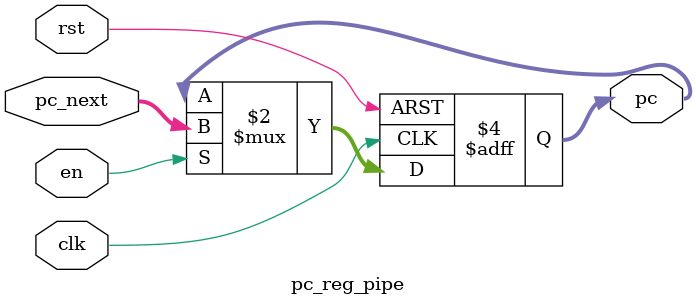
<source format=sv>
module pc_reg_pipe (
    input  logic        clk,
    input  logic        rst,
    input  logic        en,        // Enable signal for stalling
    input  logic [31:0] pc_next,
    output logic [31:0] pc
);
    always_ff @(posedge clk or posedge rst) begin
        if (rst)
            pc <= 32'hBFC0_0000;
        else if (en)            
            pc <= pc_next;
        // else: stall (hold current value)
    end
endmodule

</source>
